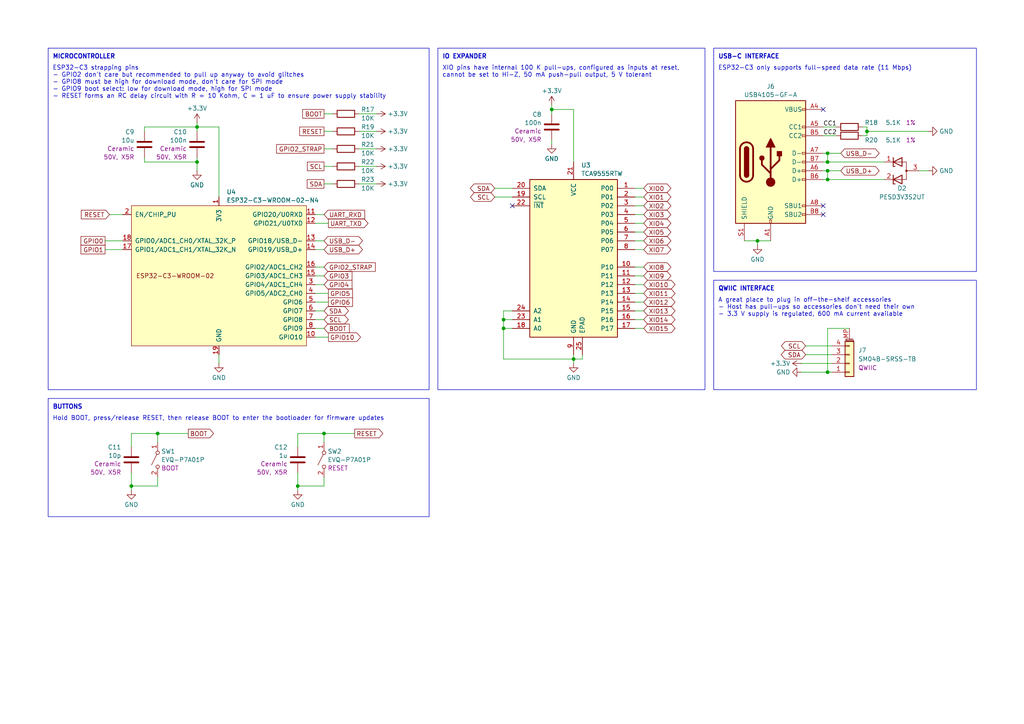
<source format=kicad_sch>
(kicad_sch (version 20231120) (generator "eeschema") (generator_version "8.0")
  (paper "A4")
  (title_block (title "Minuet Core"))
  (lib_symbols
    (symbol "Connector:USB_C_Receptacle_USB2.0_16P" (pin_names (offset 1.016))
      (property "Reference" "J" (at 0 22.225 0))
      (property "Value" "USB_C_Receptacle_USB2.0_16P" (at 0 19.685 0))
      (symbol "USB_C_Receptacle_USB2.0_16P_0_0"
        (rectangle (start -0.254 -17.78) (end 0.254 -16.764))
        (rectangle (start 10.16 -14.986) (end 9.144 -15.494))
        (rectangle (start 10.16 -12.446) (end 9.144 -12.954))
        (rectangle (start 10.16 -4.826) (end 9.144 -5.334))
        (rectangle (start 10.16 -2.286) (end 9.144 -2.794))
        (rectangle (start 10.16 0.254) (end 9.144 -0.254))
        (rectangle (start 10.16 2.794) (end 9.144 2.286))
        (rectangle (start 10.16 7.874) (end 9.144 7.366))
        (rectangle (start 10.16 10.414) (end 9.144 9.906))
        (rectangle (start 10.16 15.494) (end 9.144 14.986))
      )
      (symbol "USB_C_Receptacle_USB2.0_16P_0_1"
        (rectangle (start -10.16 17.78) (end 10.16 -17.78) (stroke (width 0.254)) (fill (type background)))
        (arc (start -8.89 -3.81) (mid -6.985 -5.7067) (end -5.08 -3.81) (stroke (width 0.508)))
        (arc (start -7.62 -3.81) (mid -6.985 -4.4423) (end -6.35 -3.81) (stroke (width 0.254)))
        (arc (start -7.62 -3.81) (mid -6.985 -4.4423) (end -6.35 -3.81) (stroke (width 0.254)) (fill (type outline)))
        (rectangle (start -7.62 -3.81) (end -6.35 3.81) (stroke (width 0.254)) (fill (type outline)))
        (arc (start -6.35 3.81) (mid -6.985 4.4423) (end -7.62 3.81) (stroke (width 0.254)))
        (arc (start -6.35 3.81) (mid -6.985 4.4423) (end -7.62 3.81) (stroke (width 0.254)) (fill (type outline)))
        (arc (start -5.08 3.81) (mid -6.985 5.7067) (end -8.89 3.81) (stroke (width 0.508)))
        (circle (center -2.54 1.143) (radius 0.635) (stroke (width 0.254)) (fill (type outline)))
        (circle (center 0 -5.842) (radius 1.27) (fill (type outline)))
        (polyline (pts (xy -8.89 -3.81) (xy -8.89 3.81)) (stroke (width 0.508)))
        (polyline (pts (xy -5.08 3.81) (xy -5.08 -3.81)) (stroke (width 0.508)))
        (polyline (pts (xy 0 -5.842) (xy 0 4.318)) (stroke (width 0.508)))
        (polyline (pts (xy 0 -3.302) (xy -2.54 -0.762) (xy -2.54 0.508)) (stroke (width 0.508)))
        (polyline (pts (xy 0 -2.032) (xy 2.54 0.508) (xy 2.54 1.778)) (stroke (width 0.508)))
        (polyline (pts (xy -1.27 4.318) (xy 0 6.858) (xy 1.27 4.318) (xy -1.27 4.318)) (stroke (width 0.254)) (fill (type outline)))
        (rectangle (start 1.905 1.778) (end 3.175 3.048) (stroke (width 0.254)) (fill (type outline)))
      )
      (symbol "USB_C_Receptacle_USB2.0_16P_1_1"
        (pin passive line (at 0 -22.86 90) (length 5.08) (name "GND") (number "A1"))
        (pin passive line (at 0 -22.86 90) (length 5.08) hide (name "GND") (number "A12"))
        (pin passive line (at 15.24 15.24 180) (length 5.08) (name "VBUS") (number "A4"))
        (pin bidirectional line (at 15.24 10.16 180) (length 5.08) (name "CC1") (number "A5"))
        (pin bidirectional line (at 15.24 -2.54 180) (length 5.08) (name "D+") (number "A6"))
        (pin bidirectional line (at 15.24 2.54 180) (length 5.08) (name "D-") (number "A7"))
        (pin bidirectional line (at 15.24 -12.7 180) (length 5.08) (name "SBU1") (number "A8"))
        (pin passive line (at 15.24 15.24 180) (length 5.08) hide (name "VBUS") (number "A9"))
        (pin passive line (at 0 -22.86 90) (length 5.08) hide (name "GND") (number "B1"))
        (pin passive line (at 0 -22.86 90) (length 5.08) hide (name "GND") (number "B12"))
        (pin passive line (at 15.24 15.24 180) (length 5.08) hide (name "VBUS") (number "B4"))
        (pin bidirectional line (at 15.24 7.62 180) (length 5.08) (name "CC2") (number "B5"))
        (pin bidirectional line (at 15.24 -5.08 180) (length 5.08) (name "D+") (number "B6"))
        (pin bidirectional line (at 15.24 0 180) (length 5.08) (name "D-") (number "B7"))
        (pin bidirectional line (at 15.24 -15.24 180) (length 5.08) (name "SBU2") (number "B8"))
        (pin passive line (at 15.24 15.24 180) (length 5.08) hide (name "VBUS") (number "B9"))
        (pin passive line (at -7.62 -22.86 90) (length 5.08) (name "SHIELD") (number "S1"))
      )
    )
    (symbol "Connector_Generic_MountingPin:Conn_01x04_MountingPin" (pin_names (offset 1.016) hide)
      (property "Reference" "J" (at 0 5.08 0))
      (property "Value" "Conn_01x04_MountingPin" (at 1.27 -7.62 0))
      (symbol "Conn_01x04_MountingPin_1_1"
        (rectangle (start -1.27 -4.953) (end 0 -5.207) (stroke (width 0.1524)))
        (rectangle (start -1.27 -2.413) (end 0 -2.667) (stroke (width 0.1524)))
        (rectangle (start -1.27 0.127) (end 0 -0.127) (stroke (width 0.1524)))
        (rectangle (start -1.27 2.667) (end 0 2.413) (stroke (width 0.1524)))
        (rectangle (start -1.27 3.81) (end 1.27 -6.35) (stroke (width 0.254)) (fill (type background)))
        (polyline (pts (xy -1.016 -7.112) (xy 1.016 -7.112)) (stroke (width 0.1524)))
        (text "Mounting" (at 0 -6.731 0) (effects (font (size 0.381 0.381))))
        (pin passive line (at -5.08 2.54 0) (length 3.81) (name "Pin_1") (number "1"))
        (pin passive line (at -5.08 0 0) (length 3.81) (name "Pin_2") (number "2"))
        (pin passive line (at -5.08 -2.54 0) (length 3.81) (name "Pin_3") (number "3"))
        (pin passive line (at -5.08 -5.08 0) (length 3.81) (name "Pin_4") (number "4"))
        (pin passive line (at 0 -10.16 90) (length 3.048) (name "MountPin") (number "MP"))
      )
    )
    (symbol "Device:C" (pin_numbers hide) (pin_names (offset 0.254))
      (property "Reference" "C" (at 0.635 2.54 0))
      (property "Value" "C" (at 0.635 -2.54 0))
      (symbol "C_0_1"
        (polyline (pts (xy -2.032 -0.762) (xy 2.032 -0.762)) (stroke (width 0.508)))
        (polyline (pts (xy -2.032 0.762) (xy 2.032 0.762)) (stroke (width 0.508)))
      )
      (symbol "C_1_1"
        (pin passive line (at 0 3.81 270) (length 2.794) (name "~") (number "1"))
        (pin passive line (at 0 -3.81 90) (length 2.794) (name "~") (number "2"))
      )
    )
    (symbol "Device:D_Zener_Dual_CommonAnode_KKA_Parallel" (pin_names (offset 0.762) hide)
      (property "Reference" "D" (at 0 5.08 0))
      (property "Value" "D_Zener_Dual_CommonAnode_KKA_Parallel" (at 0 -5.08 0))
      (symbol "D_Zener_Dual_CommonAnode_KKA_Parallel_0_0"
        (polyline (pts (xy 2.032 1.27) (xy 2.54 1.27) (xy 2.54 3.81)) (stroke (width 0.254)))
        (polyline (pts (xy 2.54 -1.27) (xy 2.54 -3.81) (xy 2.032 -3.81)) (stroke (width 0.254)))
      )
      (symbol "D_Zener_Dual_CommonAnode_KKA_Parallel_0_1"
        (circle (center -1.27 0) (radius 0.254) (fill (type outline)))
        (polyline (pts (xy -1.27 0) (xy -2.54 0)))
        (polyline (pts (xy 2.54 2.54) (xy -1.27 2.54) (xy -1.27 -2.54) (xy 2.54 -2.54)))
        (polyline (pts (xy 0 -1.27) (xy 2.54 -2.54) (xy 0 -3.81) (xy 0 -1.27) (xy 0 -1.27) (xy 0 -1.27)) (stroke (width 0.254)))
        (polyline (pts (xy 0 3.81) (xy 2.54 2.54) (xy 0 1.27) (xy 0 3.81) (xy 0 3.81) (xy 0 3.81)) (stroke (width 0.254)))
        (pin passive line (at 5.08 2.54 180) (length 2.54) (name "K") (number "1"))
        (pin passive line (at 5.08 -2.54 180) (length 2.54) (name "K") (number "2"))
        (pin passive line (at -5.08 0 0) (length 2.54) (name "A") (number "3"))
      )
    )
    (symbol "Device:R" (pin_numbers hide) (pin_names (offset 0))
      (property "Reference" "R" (at 2.032 0 90))
      (property "Value" "R" (at 0 0 90))
      (symbol "R_0_1"
        (rectangle (start -1.016 -2.54) (end 1.016 2.54) (stroke (width 0.254)))
      )
      (symbol "R_1_1"
        (pin passive line (at 0 3.81 270) (length 1.27) (name "~") (number "1"))
        (pin passive line (at 0 -3.81 90) (length 1.27) (name "~") (number "2"))
      )
    )
    (symbol "Interface_Expansion:TCA9555RTWR" (pin_names (offset 1.016))
      (property "Reference" "U" (at -11.43 24.13 0))
      (property "Value" "TCA9555RTWR" (at 0 0 0))
      (symbol "TCA9555RTWR_0_1"
        (rectangle (start -12.7 22.86) (end 12.7 -22.86) (stroke (width 0.254)) (fill (type background)))
      )
      (symbol "TCA9555RTWR_1_1"
        (pin bidirectional line (at 17.78 20.32 180) (length 5.08) (name "P00") (number "1"))
        (pin bidirectional line (at 17.78 -2.54 180) (length 5.08) (name "P10") (number "10"))
        (pin bidirectional line (at 17.78 -5.08 180) (length 5.08) (name "P11") (number "11"))
        (pin bidirectional line (at 17.78 -7.62 180) (length 5.08) (name "P12") (number "12"))
        (pin bidirectional line (at 17.78 -10.16 180) (length 5.08) (name "P13") (number "13"))
        (pin bidirectional line (at 17.78 -12.7 180) (length 5.08) (name "P14") (number "14"))
        (pin bidirectional line (at 17.78 -15.24 180) (length 5.08) (name "P15") (number "15"))
        (pin bidirectional line (at 17.78 -17.78 180) (length 5.08) (name "P16") (number "16"))
        (pin bidirectional line (at 17.78 -20.32 180) (length 5.08) (name "P17") (number "17"))
        (pin input line (at -17.78 -20.32 0) (length 5.08) (name "A0") (number "18"))
        (pin input line (at -17.78 17.78 0) (length 5.08) (name "SCL") (number "19"))
        (pin bidirectional line (at 17.78 17.78 180) (length 5.08) (name "P01") (number "2"))
        (pin bidirectional line (at -17.78 20.32 0) (length 5.08) (name "SDA") (number "20"))
        (pin power_in line (at 0 27.94 270) (length 5.08) (name "VCC") (number "21"))
        (pin open_collector line (at -17.78 15.24 0) (length 5.08) (name "~{INT}") (number "22"))
        (pin input line (at -17.78 -17.78 0) (length 5.08) (name "A1") (number "23"))
        (pin input line (at -17.78 -15.24 0) (length 5.08) (name "A2") (number "24"))
        (pin input line (at 2.54 -27.94 90) (length 5.08) (name "EPAD") (number "25"))
        (pin bidirectional line (at 17.78 15.24 180) (length 5.08) (name "P02") (number "3"))
        (pin bidirectional line (at 17.78 12.7 180) (length 5.08) (name "P03") (number "4"))
        (pin bidirectional line (at 17.78 10.16 180) (length 5.08) (name "P04") (number "5"))
        (pin bidirectional line (at 17.78 7.62 180) (length 5.08) (name "P05") (number "6"))
        (pin bidirectional line (at 17.78 5.08 180) (length 5.08) (name "P06") (number "7"))
        (pin bidirectional line (at 17.78 2.54 180) (length 5.08) (name "P07") (number "8"))
        (pin power_in line (at 0 -27.94 90) (length 5.08) (name "GND") (number "9"))
      )
    )
    (symbol "PCM_Espressif:ESP32-C3-WROOM-02" (pin_names (offset 1.016))
      (property "Reference" "U" (at -25.4 25.4 0))
      (property "Value" "ESP32-C3-WROOM-02" (at -25.4 22.86 0))
      (symbol "ESP32-C3-WROOM-02_0_0"
        (text "ESP32-C3-WROOM-02" (at -12.7 0 0) (effects (font (size 1.27 1.27))))
      )
      (symbol "ESP32-C3-WROOM-02_0_1"
        (rectangle (start 25.4 20.32) (end -25.4 -20.32) (fill (type background)))
      )
      (symbol "ESP32-C3-WROOM-02_1_1"
        (pin power_in line (at 0 22.86 270) (length 2.54) (name "3V3") (number "1"))
        (pin bidirectional line (at 27.94 -17.78 180) (length 2.54) (name "GPIO10") (number "10"))
        (pin bidirectional line (at 27.94 17.78 180) (length 2.54) (name "GPIO20/U0RXD") (number "11"))
        (pin bidirectional line (at 27.94 15.24 180) (length 2.54) (name "GPIO21/U0TXD") (number "12"))
        (pin bidirectional line (at 27.94 10.16 180) (length 2.54) (name "GPIO18/USB_D-") (number "13"))
        (pin bidirectional line (at 27.94 7.62 180) (length 2.54) (name "GPIO19/USB_D+") (number "14"))
        (pin bidirectional line (at 27.94 0 180) (length 2.54) (name "GPIO3/ADC1_CH3") (number "15"))
        (pin bidirectional line (at 27.94 2.54 180) (length 2.54) (name "GPIO2/ADC1_CH2") (number "16"))
        (pin bidirectional line (at -27.94 7.62 0) (length 2.54) (name "GPIO1/ADC1_CH1/XTAL_32K_N") (number "17"))
        (pin bidirectional line (at -27.94 10.16 0) (length 2.54) (name "GPIO0/ADC1_CH0/XTAL_32K_P") (number "18"))
        (pin power_in line (at 0 -22.86 90) (length 2.54) (name "GND") (number "19"))
        (pin input line (at -27.94 17.78 0) (length 2.54) (name "EN/CHIP_PU") (number "2"))
        (pin bidirectional line (at 27.94 -2.54 180) (length 2.54) (name "GPIO4/ADC1_CH4") (number "3"))
        (pin bidirectional line (at 27.94 -5.08 180) (length 2.54) (name "GPIO5/ADC2_CH0") (number "4"))
        (pin bidirectional line (at 27.94 -7.62 180) (length 2.54) (name "GPIO6") (number "5"))
        (pin bidirectional line (at 27.94 -10.16 180) (length 2.54) (name "GPIO7") (number "6"))
        (pin bidirectional line (at 27.94 -12.7 180) (length 2.54) (name "GPIO8") (number "7"))
        (pin bidirectional line (at 27.94 -15.24 180) (length 2.54) (name "GPIO9") (number "8"))
        (pin passive line (at 0 -22.86 90) (length 2.54) hide (name "GND") (number "9"))
      )
    )
    (symbol "Switch:SW_SPST" (pin_names (offset 0) hide)
      (property "Reference" "SW" (at 0 3.175 0))
      (property "Value" "SW_SPST" (at 0 -2.54 0))
      (symbol "SW_SPST_0_0"
        (circle (center -2.032 0) (radius 0.508))
        (polyline (pts (xy -1.524 0.254) (xy 1.524 1.778)))
        (circle (center 2.032 0) (radius 0.508))
      )
      (symbol "SW_SPST_1_1"
        (pin passive line (at -5.08 0 0) (length 2.54) (name "A") (number "1"))
        (pin passive line (at 5.08 0 180) (length 2.54) (name "B") (number "2"))
      )
    )
    (symbol "power:+3.3V" (power) (pin_numbers hide) (pin_names (offset 0) hide)
      (property "Value" "+3.3V" (at 0 3.556 0))
      (symbol "+3.3V_0_1"
        (polyline (pts (xy -0.762 1.27) (xy 0 2.54)))
        (polyline (pts (xy 0 0) (xy 0 2.54)))
        (polyline (pts (xy 0 2.54) (xy 0.762 1.27)))
      )
      (symbol "+3.3V_1_1"
        (pin power_in line (at 0 0 90) (length 0) (name "~") (number "1"))
      )
    )
    (symbol "power:GND" (power) (pin_numbers hide) (pin_names (offset 0) hide)
      (property "Value" "GND" (at 0 -3.81 0))
      (symbol "GND_0_1"
        (polyline (pts (xy 0 0) (xy 0 -1.27) (xy 1.27 -1.27) (xy 0 -2.54) (xy -1.27 -1.27) (xy 0 -1.27)))
      )
      (symbol "GND_1_1"
        (pin power_in line (at 0 0 270) (length 0) (name "~") (number "1"))
      )
    )
  )
  (junction (at 45.72 125.73))
  (junction (at 240.03 107.95))
  (junction (at 38.1 140.97))
  (junction (at 240.03 44.45))
  (junction (at 240.03 46.99))
  (junction (at 146.05 95.25))
  (junction (at 240.03 49.53))
  (junction (at 57.15 46.99))
  (junction (at 86.36 140.97))
  (junction (at 251.46 38.1))
  (junction (at 57.15 36.83))
  (junction (at 219.71 69.85))
  (junction (at 166.37 104.14))
  (junction (at 240.03 52.07))
  (junction (at 160.02 31.75))
  (junction (at 146.05 92.71))
  (junction (at 93.98 125.73))
  (no_connect (at 148.59 59.69))
  (no_connect (at 238.76 59.69))
  (no_connect (at 238.76 31.75))
  (no_connect (at 238.76 62.23))
  (wire (pts (xy 186.69 67.31) (xy 184.15 67.31)))
  (wire (pts (xy 63.5 36.83) (xy 63.5 57.15)))
  (wire (pts (xy 186.69 95.25) (xy 184.15 95.25)))
  (wire (pts (xy 148.59 90.17) (xy 146.05 90.17)))
  (wire (pts (xy 57.15 46.99) (xy 57.15 49.53)))
  (wire (pts (xy 186.69 72.39) (xy 184.15 72.39)))
  (wire (pts (xy 238.76 44.45) (xy 240.03 44.45)))
  (wire (pts (xy 186.69 59.69) (xy 184.15 59.69)))
  (wire (pts (xy 91.44 82.55) (xy 93.98 82.55)))
  (wire (pts (xy 93.98 140.97) (xy 86.36 140.97)))
  (wire (pts (xy 146.05 95.25) (xy 146.05 104.14)))
  (wire (pts (xy 186.69 80.01) (xy 184.15 80.01)))
  (wire (pts (xy 41.91 36.83) (xy 57.15 36.83)))
  (wire (pts (xy 91.44 62.23) (xy 93.98 62.23)))
  (wire (pts (xy 186.69 90.17) (xy 184.15 90.17)))
  (wire (pts (xy 38.1 137.16) (xy 38.1 140.97)))
  (wire (pts (xy 41.91 45.72) (xy 41.91 46.99)))
  (wire (pts (xy 146.05 104.14) (xy 166.37 104.14)))
  (wire (pts (xy 166.37 31.75) (xy 166.37 46.99)))
  (wire (pts (xy 143.51 57.15) (xy 148.59 57.15)))
  (wire (pts (xy 91.44 87.63) (xy 95.25 87.63)))
  (wire (pts (xy 240.03 49.53) (xy 240.03 52.07)))
  (wire (pts (xy 146.05 92.71) (xy 148.59 92.71)))
  (wire (pts (xy 93.98 43.18) (xy 96.52 43.18)))
  (wire (pts (xy 93.98 38.1) (xy 96.52 38.1)))
  (wire (pts (xy 38.1 140.97) (xy 38.1 142.24)))
  (wire (pts (xy 104.14 38.1) (xy 109.22 38.1)))
  (wire (pts (xy 30.48 72.39) (xy 35.56 72.39)))
  (wire (pts (xy 166.37 104.14) (xy 168.91 104.14)))
  (wire (pts (xy 240.03 49.53) (xy 243.84 49.53)))
  (wire (pts (xy 41.91 36.83) (xy 41.91 38.1)))
  (wire (pts (xy 93.98 48.26) (xy 96.52 48.26)))
  (wire (pts (xy 45.72 125.73) (xy 54.61 125.73)))
  (wire (pts (xy 250.19 39.37) (xy 251.46 39.37)))
  (wire (pts (xy 219.71 69.85) (xy 223.52 69.85)))
  (wire (pts (xy 38.1 125.73) (xy 45.72 125.73)))
  (wire (pts (xy 91.44 97.79) (xy 95.25 97.79)))
  (wire (pts (xy 93.98 53.34) (xy 96.52 53.34)))
  (wire (pts (xy 86.36 137.16) (xy 86.36 140.97)))
  (wire (pts (xy 160.02 40.64) (xy 160.02 41.91)))
  (wire (pts (xy 91.44 72.39) (xy 93.98 72.39)))
  (wire (pts (xy 91.44 80.01) (xy 93.98 80.01)))
  (wire (pts (xy 166.37 102.87) (xy 166.37 104.14)))
  (wire (pts (xy 91.44 77.47) (xy 93.98 77.47)))
  (wire (pts (xy 91.44 95.25) (xy 93.98 95.25)))
  (wire (pts (xy 86.36 125.73) (xy 86.36 129.54)))
  (wire (pts (xy 241.3 100.33) (xy 233.68 100.33)))
  (wire (pts (xy 104.14 53.34) (xy 109.22 53.34)))
  (wire (pts (xy 160.02 30.48) (xy 160.02 31.75)))
  (wire (pts (xy 45.72 140.97) (xy 38.1 140.97)))
  (wire (pts (xy 232.41 107.95) (xy 240.03 107.95)))
  (wire (pts (xy 146.05 92.71) (xy 146.05 95.25)))
  (wire (pts (xy 251.46 39.37) (xy 251.46 38.1)))
  (wire (pts (xy 30.48 69.85) (xy 35.56 69.85)))
  (wire (pts (xy 146.05 95.25) (xy 148.59 95.25)))
  (wire (pts (xy 160.02 31.75) (xy 160.02 33.02)))
  (wire (pts (xy 31.75 62.23) (xy 35.56 62.23)))
  (wire (pts (xy 93.98 138.43) (xy 93.98 140.97)))
  (wire (pts (xy 240.03 46.99) (xy 256.54 46.99)))
  (wire (pts (xy 45.72 138.43) (xy 45.72 140.97)))
  (wire (pts (xy 240.03 95.25) (xy 246.38 95.25)))
  (wire (pts (xy 238.76 36.83) (xy 242.57 36.83)))
  (wire (pts (xy 266.7 49.53) (xy 269.24 49.53)))
  (wire (pts (xy 91.44 69.85) (xy 93.98 69.85)))
  (wire (pts (xy 91.44 64.77) (xy 95.25 64.77)))
  (wire (pts (xy 143.51 54.61) (xy 148.59 54.61)))
  (wire (pts (xy 91.44 90.17) (xy 93.98 90.17)))
  (wire (pts (xy 186.69 69.85) (xy 184.15 69.85)))
  (wire (pts (xy 186.69 92.71) (xy 184.15 92.71)))
  (wire (pts (xy 186.69 87.63) (xy 184.15 87.63)))
  (wire (pts (xy 93.98 125.73) (xy 102.87 125.73)))
  (wire (pts (xy 215.9 69.85) (xy 219.71 69.85)))
  (wire (pts (xy 186.69 57.15) (xy 184.15 57.15)))
  (wire (pts (xy 38.1 125.73) (xy 38.1 129.54)))
  (wire (pts (xy 186.69 64.77) (xy 184.15 64.77)))
  (wire (pts (xy 160.02 31.75) (xy 166.37 31.75)))
  (wire (pts (xy 219.71 69.85) (xy 219.71 71.12)))
  (wire (pts (xy 86.36 140.97) (xy 86.36 142.24)))
  (wire (pts (xy 250.19 36.83) (xy 251.46 36.83)))
  (wire (pts (xy 186.69 54.61) (xy 184.15 54.61)))
  (wire (pts (xy 57.15 36.83) (xy 63.5 36.83)))
  (wire (pts (xy 104.14 43.18) (xy 109.22 43.18)))
  (wire (pts (xy 186.69 62.23) (xy 184.15 62.23)))
  (wire (pts (xy 186.69 77.47) (xy 184.15 77.47)))
  (wire (pts (xy 240.03 107.95) (xy 241.3 107.95)))
  (wire (pts (xy 166.37 104.14) (xy 166.37 105.41)))
  (wire (pts (xy 240.03 44.45) (xy 243.84 44.45)))
  (wire (pts (xy 91.44 92.71) (xy 93.98 92.71)))
  (wire (pts (xy 240.03 52.07) (xy 256.54 52.07)))
  (wire (pts (xy 241.3 102.87) (xy 233.68 102.87)))
  (wire (pts (xy 238.76 52.07) (xy 240.03 52.07)))
  (wire (pts (xy 146.05 90.17) (xy 146.05 92.71)))
  (wire (pts (xy 232.41 105.41) (xy 241.3 105.41)))
  (wire (pts (xy 57.15 45.72) (xy 57.15 46.99)))
  (wire (pts (xy 168.91 104.14) (xy 168.91 102.87)))
  (wire (pts (xy 57.15 46.99) (xy 41.91 46.99)))
  (wire (pts (xy 104.14 48.26) (xy 109.22 48.26)))
  (wire (pts (xy 251.46 38.1) (xy 251.46 36.83)))
  (wire (pts (xy 93.98 125.73) (xy 93.98 128.27)))
  (wire (pts (xy 238.76 39.37) (xy 242.57 39.37)))
  (wire (pts (xy 186.69 82.55) (xy 184.15 82.55)))
  (wire (pts (xy 251.46 38.1) (xy 269.24 38.1)))
  (wire (pts (xy 240.03 107.95) (xy 240.03 95.25)))
  (wire (pts (xy 86.36 125.73) (xy 93.98 125.73)))
  (wire (pts (xy 63.5 105.41) (xy 63.5 102.87)))
  (wire (pts (xy 57.15 35.56) (xy 57.15 36.83)))
  (wire (pts (xy 240.03 44.45) (xy 240.03 46.99)))
  (wire (pts (xy 238.76 49.53) (xy 240.03 49.53)))
  (wire (pts (xy 45.72 125.73) (xy 45.72 128.27)))
  (wire (pts (xy 104.14 33.02) (xy 109.22 33.02)))
  (wire (pts (xy 93.98 33.02) (xy 96.52 33.02)))
  (wire (pts (xy 238.76 46.99) (xy 240.03 46.99)))
  (wire (pts (xy 91.44 85.09) (xy 95.25 85.09)))
  (wire (pts (xy 57.15 36.83) (xy 57.15 38.1)))
  (wire (pts (xy 186.69 85.09) (xy 184.15 85.09)))
  (rectangle (start 13.97 13.97) (end 124.46 113.03))
  (rectangle (start 127 13.97) (end 204.47 113.03))
  (rectangle (start 13.97 115.57) (end 124.46 149.86))
  (rectangle (start 207.01 13.97) (end 283.21 78.74))
  (rectangle (start 207.01 81.28) (end 283.21 113.03))
  (text "IO EXPANDER" (at 128.27 16.51 0) (effects (font (size 1.27 1.27) (thickness 0.254) (bold yes)) (justify left)))
  (text "USB-C INTERFACE" (at 208.28 16.51 0) (effects (font (size 1.27 1.27) (thickness 0.254) (bold yes)) (justify left)))
  (text "XIO pins have internal 100 K pull-ups, configured as inputs at reset,\ncannot be set to Hi-Z, 50 mA push-pull output, 5 V tolerant" (at 128.27 19.05 0) (effects (font (size 1.27 1.27)) (justify left top)))
  (text "ESP32-C3 strapping pins\n- GPIO2 don't care but recommended to pull up anyway to avoid glitches\n- GPIO8 must be high for download mode, don't care for SPI mode\n- GPIO9 boot select: low for download mode, high for SPI mode\n- RESET forms an RC delay circuit with R = 10 Kohm, C = 1 uF to ensure power supply stability" (at 15.24 19.05 0) (effects (font (size 1.27 1.27)) (justify left top)))
  (text "Hold BOOT, press/release RESET, then release BOOT to enter the bootloader for firmware updates" (at 15.24 120.65 0) (effects (font (size 1.27 1.27)) (justify left top)))
  (text "BUTTONS" (at 15.24 118.11 0) (effects (font (size 1.27 1.27) (thickness 0.254) (bold yes)) (justify left)))
  (text "ESP32-C3 only supports full-speed data rate (11 Mbps)" (at 208.28 19.05 0) (effects (font (size 1.27 1.27)) (justify left top)))
  (text "QWIIC INTERFACE" (at 208.28 83.82 0) (effects (font (size 1.27 1.27) (thickness 0.254) (bold yes)) (justify left)))
  (text "A great place to plug in off-the-shelf accessories\n- Host has pull-ups so accessories don't need their own\n- 3.3 V supply is regulated, 600 mA current available" (at 208.28 86.36 0) (effects (font (size 1.27 1.27)) (justify left top)))
  (text "MICROCONTROLLER" (at 15.24 16.51 0) (effects (font (size 1.27 1.27) (thickness 0.254) (bold yes)) (justify left)))
  (label "CC1" (at 238.76 36.83 0))
  (label "CC2" (at 238.76 39.37 0))
  (global_label "RESET" (shape input) (at 31.75 62.23 180) (property "Intersheetrefs" "${INTERSHEET_REFS}" (effects (hide yes))))
  (global_label "SCL" (shape bidirectional) (at 233.68 100.33 180) (property "Intersheetrefs" "${INTERSHEET_REFS}" (effects (hide yes))))
  (global_label "SDA" (shape bidirectional) (at 143.51 54.61 180) (property "Intersheetrefs" "${INTERSHEET_REFS}" (effects (hide yes))))
  (global_label "GPIO2_STRAP" (shape input) (at 93.98 77.47 0) (property "Intersheetrefs" "${INTERSHEET_REFS}" (effects (hide yes))))
  (global_label "XIO7" (shape bidirectional) (at 186.69 72.39 0) (property "Intersheetrefs" "${INTERSHEET_REFS}" (effects (hide yes))))
  (global_label "SDA" (shape passive) (at 93.98 53.34 180) (property "Intersheetrefs" "${INTERSHEET_REFS}" (effects (hide yes))))
  (global_label "UART_TXD" (shape output) (at 95.25 64.77 0) (property "Intersheetrefs" "${INTERSHEET_REFS}" (effects (hide yes))))
  (global_label "XIO1" (shape bidirectional) (at 186.69 57.15 0) (property "Intersheetrefs" "${INTERSHEET_REFS}" (effects (hide yes))))
  (global_label "GPIO0" (shape passive) (at 30.48 69.85 180) (property "Intersheetrefs" "${INTERSHEET_REFS}" (effects (hide yes))))
  (global_label "XIO2" (shape bidirectional) (at 186.69 59.69 0) (property "Intersheetrefs" "${INTERSHEET_REFS}" (effects (hide yes))))
  (global_label "BOOT" (shape output) (at 54.61 125.73 0) (property "Intersheetrefs" "${INTERSHEET_REFS}" (effects (hide yes))))
  (global_label "XIO4" (shape bidirectional) (at 186.69 64.77 0) (property "Intersheetrefs" "${INTERSHEET_REFS}" (effects (hide yes))))
  (global_label "BOOT" (shape passive) (at 93.98 33.02 180) (property "Intersheetrefs" "${INTERSHEET_REFS}" (effects (hide yes))))
  (global_label "XIO8" (shape bidirectional) (at 186.69 77.47 0) (property "Intersheetrefs" "${INTERSHEET_REFS}" (effects (hide yes))))
  (global_label "GPIO1" (shape passive) (at 30.48 72.39 180) (property "Intersheetrefs" "${INTERSHEET_REFS}" (effects (hide yes))))
  (global_label "SCL" (shape bidirectional) (at 143.51 57.15 180) (property "Intersheetrefs" "${INTERSHEET_REFS}" (effects (hide yes))))
  (global_label "RESET" (shape output) (at 102.87 125.73 0) (property "Intersheetrefs" "${INTERSHEET_REFS}" (effects (hide yes))))
  (global_label "USB_D+" (shape bidirectional) (at 93.98 72.39 0) (property "Intersheetrefs" "${INTERSHEET_REFS}" (effects (hide yes))))
  (global_label "USB_D+" (shape bidirectional) (at 243.84 49.53 0) (property "Intersheetrefs" "${INTERSHEET_REFS}" (effects (hide yes))))
  (global_label "GPIO10" (shape output) (at 95.25 97.79 0) (property "Intersheetrefs" "${INTERSHEET_REFS}" (effects (hide yes))))
  (global_label "XIO13" (shape bidirectional) (at 186.69 90.17 0) (property "Intersheetrefs" "${INTERSHEET_REFS}" (effects (hide yes))))
  (global_label "GPIO3" (shape input) (at 93.98 80.01 0) (property "Intersheetrefs" "${INTERSHEET_REFS}" (effects (hide yes))))
  (global_label "XIO12" (shape bidirectional) (at 186.69 87.63 0) (property "Intersheetrefs" "${INTERSHEET_REFS}" (effects (hide yes))))
  (global_label "RESET" (shape passive) (at 93.98 38.1 180) (property "Intersheetrefs" "${INTERSHEET_REFS}" (effects (hide yes))))
  (global_label "XIO5" (shape bidirectional) (at 186.69 67.31 0) (property "Intersheetrefs" "${INTERSHEET_REFS}" (effects (hide yes))))
  (global_label "GPIO6" (shape passive) (at 95.25 87.63 0) (property "Intersheetrefs" "${INTERSHEET_REFS}" (effects (hide yes))))
  (global_label "UART_RXD" (shape input) (at 93.98 62.23 0) (property "Intersheetrefs" "${INTERSHEET_REFS}" (effects (hide yes))))
  (global_label "SDA" (shape bidirectional) (at 233.68 102.87 180) (property "Intersheetrefs" "${INTERSHEET_REFS}" (effects (hide yes))))
  (global_label "USB_D-" (shape bidirectional) (at 93.98 69.85 0) (property "Intersheetrefs" "${INTERSHEET_REFS}" (effects (hide yes))))
  (global_label "BOOT" (shape input) (at 93.98 95.25 0) (property "Intersheetrefs" "${INTERSHEET_REFS}" (effects (hide yes))))
  (global_label "XIO6" (shape bidirectional) (at 186.69 69.85 0) (property "Intersheetrefs" "${INTERSHEET_REFS}" (effects (hide yes))))
  (global_label "XIO10" (shape bidirectional) (at 186.69 82.55 0) (property "Intersheetrefs" "${INTERSHEET_REFS}" (effects (hide yes))))
  (global_label "GPIO4" (shape input) (at 93.98 82.55 0) (property "Intersheetrefs" "${INTERSHEET_REFS}" (effects (hide yes))))
  (global_label "SCL" (shape passive) (at 93.98 48.26 180) (property "Intersheetrefs" "${INTERSHEET_REFS}" (effects (hide yes))))
  (global_label "USB_D-" (shape bidirectional) (at 243.84 44.45 0) (property "Intersheetrefs" "${INTERSHEET_REFS}" (effects (hide yes))))
  (global_label "XIO15" (shape bidirectional) (at 186.69 95.25 0) (property "Intersheetrefs" "${INTERSHEET_REFS}" (effects (hide yes))))
  (global_label "XIO11" (shape bidirectional) (at 186.69 85.09 0) (property "Intersheetrefs" "${INTERSHEET_REFS}" (effects (hide yes))))
  (global_label "XIO9" (shape bidirectional) (at 186.69 80.01 0) (property "Intersheetrefs" "${INTERSHEET_REFS}" (effects (hide yes))))
  (global_label "SCL" (shape bidirectional) (at 93.98 92.71 0) (property "Intersheetrefs" "${INTERSHEET_REFS}" (effects (hide yes))))
  (global_label "GPIO5" (shape passive) (at 95.25 85.09 0) (property "Intersheetrefs" "${INTERSHEET_REFS}" (effects (hide yes))))
  (global_label "GPIO2_STRAP" (shape passive) (at 93.98 43.18 180) (property "Intersheetrefs" "${INTERSHEET_REFS}" (effects (hide yes))))
  (global_label "SDA" (shape bidirectional) (at 93.98 90.17 0) (property "Intersheetrefs" "${INTERSHEET_REFS}" (effects (hide yes))))
  (global_label "XIO0" (shape bidirectional) (at 186.69 54.61 0) (property "Intersheetrefs" "${INTERSHEET_REFS}" (effects (hide yes))))
  (global_label "XIO3" (shape bidirectional) (at 186.69 62.23 0) (property "Intersheetrefs" "${INTERSHEET_REFS}" (effects (hide yes))))
  (global_label "XIO14" (shape bidirectional) (at 186.69 92.71 0) (property "Intersheetrefs" "${INTERSHEET_REFS}" (effects (hide yes))))
  (symbol (lib_id "PCM_Espressif:ESP32-C3-WROOM-02") (at 63.5 80.01 0) (unit 1)
    (property "Reference" "U4" (at 65.6941 55.6725 0) (effects (justify left)))
    (property "Value" "ESP32-C3-WROOM-02-N4" (at 65.6941 58.0968 0) (effects (justify left)))
    (property "Footprint" "PCM_Espressif:ESP32-C3-WROOM-02" (effects (hide yes)))
    (property "Datasheet" "https://www.espressif.com/sites/default/files/documentation/esp32-c3-wroom-02_datasheet_en.pdf" (effects (hide yes)))
    (property "Description" "ESP32-C3-WROOM-02 is a general-purpose Wi-Fi and Bluetooth LE module. This module features a rich set of peripherals and high performance, which makes it an ideal choice for smart home, industrial automation, health care, consumer electronics, etc." (effects (hide yes)))
    (property "LCSC" "C2934560" (effects (hide yes)))
  )
  (symbol (lib_id "power:+3.3V") (at 109.22 33.02 270) (unit 1)
    (property "Reference" "#PWR028" (effects (hide yes)))
    (property "Value" "+3.3V" (at 112.395 33.02 90) (effects (justify left)))
    (property "Description" "Power symbol creates a global label with name \"+3.3V\"" (effects (hide yes)))
  )
  (symbol (lib_id "Connector_Generic_MountingPin:Conn_01x04_MountingPin") (at 246.38 105.41 0) (mirror x) (unit 1)
    (property "Reference" "J7" (at 248.92 101.6 0) (effects (justify left)))
    (property "Value" "SM04B-SRSS-TB" (at 248.92 104.14 0) (effects (justify left)))
    (property "Footprint" "Connector_JST:JST_SH_SM04B-SRSS-TB_1x04-1MP_P1.00mm_Horizontal" (effects (hide yes)))
    (property "Description" "Generic connectable mounting pin connector, single row, 01x04, script generated (kicad-library-utils/schlib/autogen/connector/)" (effects (hide yes)))
    (property "Label" "QWIIC" (at 248.92 106.68 0) (effects (justify left)))
    (property "LCSC" "C160404" (effects (hide yes)))
    (property "Alternative" " GT-A1002WRS-104SBT01" (effects (hide yes)))
    (property "LCSC_Alternative" "C41431904" (effects (hide yes)))
  )
  (symbol (lib_id "power:GND") (at 232.41 107.95 270) (mirror x) (unit 1)
    (property "Reference" "#PWR042" (effects (hide yes)))
    (property "Value" "GND" (at 229.2351 107.95 90) (effects (justify right)))
    (property "Description" "Power symbol creates a global label with name \"GND\" , ground" (effects (hide yes)))
  )
  (symbol (lib_id "Device:D_Zener_Dual_CommonAnode_KKA_Parallel") (at 261.62 49.53 0) (mirror y) (unit 1)
    (property "Reference" "D2" (at 261.62 54.61 0))
    (property "Value" "PESD3V3S2UT" (at 261.62 57.15 0))
    (property "Footprint" "Package_TO_SOT_SMD:SOT-23" (effects (hide yes)))
    (property "Datasheet" "https://assets.nexperia.com/documents/data-sheet/PESD3V3S2UT.pdf" (effects (hide yes)))
    (property "Description" "Dual Zener diode, common anode on pin 3" (effects (hide yes)))
    (property "LCSC" "C84276" (effects (hide yes)))
  )
  (symbol (lib_id "Device:R") (at 100.33 53.34 90) (unit 1)
    (property "Reference" "R23" (at 106.68 52.07 90))
    (property "Value" "10K" (at 106.68 54.61 90))
    (property "Footprint" "Resistor_SMD:R_0603_1608Metric" (effects (hide yes)))
    (property "Description" "Resistor" (effects (hide yes)))
    (property "LCSC" "C25804" (effects (hide yes)))
  )
  (symbol (lib_id "power:+3.3V") (at 109.22 38.1 270) (unit 1)
    (property "Reference" "#PWR030" (effects (hide yes)))
    (property "Value" "+3.3V" (at 112.395 38.1 90) (effects (justify left)))
    (property "Description" "Power symbol creates a global label with name \"+3.3V\"" (effects (hide yes)))
  )
  (symbol (lib_id "power:GND") (at 160.02 41.91 0) (unit 1)
    (property "Reference" "#PWR032" (effects (hide yes)))
    (property "Value" "GND" (at 160.02 46.0431 0))
    (property "Description" "Power symbol creates a global label with name \"GND\" , ground" (effects (hide yes)))
  )
  (symbol (lib_id "power:+3.3V") (at 160.02 30.48 0) (unit 1)
    (property "Reference" "#PWR027" (effects (hide yes)))
    (property "Value" "+3.3V" (at 160.02 26.3469 0))
    (property "Description" "Power symbol creates a global label with name \"+3.3V\"" (effects (hide yes)))
  )
  (symbol (lib_id "Switch:SW_SPST") (at 45.72 133.35 90) (mirror x) (unit 1)
    (property "Reference" "SW1" (at 46.7614 130.9257 90) (effects (justify right)))
    (property "Value" "EVQ-P7A01P" (at 46.7614 133.35 90) (effects (justify right)))
    (property "Footprint" "Button_Switch_SMD:SW_SPST_EVQP7A" (effects (hide yes)))
    (property "Datasheet" "https://api.pim.na.industrial.panasonic.com/file_stream/main/fileversion/245500" (effects (hide yes)))
    (property "Description" "Push button switch, generic, two pins" (effects (hide yes)))
    (property "Label" "BOOT" (at 46.7614 135.7743 90) (effects (justify right)))
    (property "LCSC" "C79167" (effects (hide yes)))
    (property "Alternative" "EVQ-P7J01P" (effects (hide yes)))
    (property "LCSC_Alternative" "C2828254" (effects (hide yes)))
  )
  (symbol (lib_id "Device:R") (at 100.33 48.26 90) (unit 1)
    (property "Reference" "R22" (at 106.68 46.99 90))
    (property "Value" "10K" (at 106.68 49.53 90))
    (property "Footprint" "Resistor_SMD:R_0603_1608Metric" (effects (hide yes)))
    (property "Description" "Resistor" (effects (hide yes)))
    (property "LCSC" "C25804" (effects (hide yes)))
  )
  (symbol (lib_id "Device:R") (at 246.38 36.83 270) (unit 1)
    (property "Reference" "R18" (at 252.73 35.56 90))
    (property "Value" "5.1K" (at 259.08 35.56 90))
    (property "Footprint" "Resistor_SMD:R_0603_1608Metric" (effects (hide yes)))
    (property "Description" "Resistor" (effects (hide yes)))
    (property "Rating" "1%" (at 264.16 35.56 90))
    (property "LCSC" "C23186" (effects (hide yes)))
  )
  (symbol (lib_id "power:+3.3V") (at 109.22 43.18 270) (unit 1)
    (property "Reference" "#PWR033" (effects (hide yes)))
    (property "Value" "+3.3V" (at 112.395 43.18 90) (effects (justify left)))
    (property "Description" "Power symbol creates a global label with name \"+3.3V\"" (effects (hide yes)))
  )
  (symbol (lib_id "Device:R") (at 100.33 33.02 90) (unit 1)
    (property "Reference" "R17" (at 106.68 31.75 90))
    (property "Value" "10K" (at 106.68 34.29 90))
    (property "Footprint" "Resistor_SMD:R_0603_1608Metric" (effects (hide yes)))
    (property "Description" "Resistor" (effects (hide yes)))
    (property "LCSC" "C25804" (effects (hide yes)))
  )
  (symbol (lib_id "power:GND") (at 63.5 105.41 0) (unit 1)
    (property "Reference" "#PWR039" (effects (hide yes)))
    (property "Value" "GND" (at 63.5 109.5431 0))
    (property "Description" "Power symbol creates a global label with name \"GND\" , ground" (effects (hide yes)))
  )
  (symbol (lib_id "power:GND") (at 38.1 142.24 0) (unit 1)
    (property "Reference" "#PWR043" (effects (hide yes)))
    (property "Value" "GND" (at 38.1 146.3731 0))
    (property "Description" "Power symbol creates a global label with name \"GND\" , ground" (effects (hide yes)))
  )
  (symbol (lib_id "power:GND") (at 219.71 71.12 0) (unit 1)
    (property "Reference" "#PWR038" (effects (hide yes)))
    (property "Value" "GND" (at 219.71 75.2531 0))
    (property "Description" "Power symbol creates a global label with name \"GND\" , ground" (effects (hide yes)))
  )
  (symbol (lib_id "power:+3.3V") (at 109.22 48.26 270) (unit 1)
    (property "Reference" "#PWR034" (effects (hide yes)))
    (property "Value" "+3.3V" (at 112.395 48.26 90) (effects (justify left)))
    (property "Description" "Power symbol creates a global label with name \"+3.3V\"" (effects (hide yes)))
  )
  (symbol (lib_id "Device:R") (at 100.33 38.1 90) (unit 1)
    (property "Reference" "R19" (at 106.68 36.83 90))
    (property "Value" "10K" (at 106.68 39.37 90))
    (property "Footprint" "Resistor_SMD:R_0603_1608Metric" (effects (hide yes)))
    (property "Description" "Resistor" (effects (hide yes)))
    (property "LCSC" "C25804" (effects (hide yes)))
  )
  (symbol (lib_id "Switch:SW_SPST") (at 93.98 133.35 90) (mirror x) (unit 1)
    (property "Reference" "SW2" (at 95.0214 130.9257 90) (effects (justify right)))
    (property "Value" "EVQ-P7A01P" (at 95.0214 133.35 90) (effects (justify right)))
    (property "Footprint" "Button_Switch_SMD:SW_SPST_EVQP7A" (effects (hide yes)))
    (property "Datasheet" "https://api.pim.na.industrial.panasonic.com/file_stream/main/fileversion/245500" (effects (hide yes)))
    (property "Description" "Push button switch, generic, two pins" (effects (hide yes)))
    (property "Label" "RESET" (at 95.0214 135.7743 90) (effects (justify right)))
    (property "LCSC" "C79167" (effects (hide yes)))
    (property "Alternative" "EVQ-P7J01P" (effects (hide yes)))
    (property "LCSC_Alternative" "C2828254" (effects (hide yes)))
  )
  (symbol (lib_id "Device:R") (at 246.38 39.37 90) (mirror x) (unit 1)
    (property "Reference" "R20" (at 252.73 40.64 90))
    (property "Value" "5.1K" (at 259.08 40.64 90))
    (property "Footprint" "Resistor_SMD:R_0603_1608Metric" (effects (hide yes)))
    (property "Description" "Resistor" (effects (hide yes)))
    (property "Rating" "1%" (at 264.16 40.64 90))
    (property "LCSC" "C23186" (effects (hide yes)))
  )
  (symbol (lib_id "Interface_Expansion:TCA9555RTWR") (at 166.37 74.93 0) (unit 1)
    (property "Reference" "U3" (at 168.5641 47.9255 0) (effects (justify left)))
    (property "Value" "TCA9555RTW" (at 168.5641 50.3498 0) (effects (justify left)))
    (property "Footprint" "Package_DFN_QFN:WQFN-24-1EP_4x4mm_P0.5mm_EP2.45x2.45mm" (effects (hide yes)))
    (property "Datasheet" "http://www.ti.com/lit/ds/symlink/tca9555.pdf" (effects (hide yes)))
    (property "Description" "16-bit I/O expander, I2C and SMBus interface, interrupts, w/ pull-ups, QFN-24" (effects (hide yes)))
    (property "LCSC" "C140277" (effects (hide yes)))
    (property "FT Rotation Offset" "270" (effects (hide yes)))
  )
  (symbol (lib_id "power:GND") (at 86.36 142.24 0) (unit 1)
    (property "Reference" "#PWR044" (effects (hide yes)))
    (property "Value" "GND" (at 86.36 146.3731 0))
    (property "Description" "Power symbol creates a global label with name \"GND\" , ground" (effects (hide yes)))
  )
  (symbol (lib_id "Device:C") (at 41.91 41.91 0) (mirror x) (unit 1)
    (property "Reference" "C9" (at 38.989 38.2735 0) (effects (justify right)))
    (property "Value" "10u" (at 38.989 40.6978 0) (effects (justify right)))
    (property "Footprint" "Capacitor_SMD:C_0805_2012Metric" (effects (hide yes)))
    (property "Description" "Unpolarized capacitor" (effects (hide yes)))
    (property "Type" "Ceramic" (at 38.989 43.1221 0) (effects (justify right)))
    (property "Rating" "50V, X5R" (at 38.989 45.5464 0) (effects (justify right)))
    (property "LCSC" "C15850" (effects (hide yes)))
  )
  (symbol (lib_id "power:+3.3V") (at 109.22 53.34 270) (unit 1)
    (property "Reference" "#PWR037" (effects (hide yes)))
    (property "Value" "+3.3V" (at 112.395 53.34 90) (effects (justify left)))
    (property "Description" "Power symbol creates a global label with name \"+3.3V\"" (effects (hide yes)))
  )
  (symbol (lib_id "Device:R") (at 100.33 43.18 90) (unit 1)
    (property "Reference" "R21" (at 106.68 41.91 90))
    (property "Value" "10K" (at 106.68 44.45 90))
    (property "Footprint" "Resistor_SMD:R_0603_1608Metric" (effects (hide yes)))
    (property "Description" "Resistor" (effects (hide yes)))
    (property "LCSC" "C25804" (effects (hide yes)))
  )
  (symbol (lib_id "Device:C") (at 57.15 41.91 0) (unit 1)
    (property "Reference" "C10" (at 54.229 38.2735 0) (effects (justify right)))
    (property "Value" "100n" (at 54.229 40.6978 0) (effects (justify right)))
    (property "Footprint" "Capacitor_SMD:C_0603_1608Metric" (effects (hide yes)))
    (property "Description" "Unpolarized capacitor" (effects (hide yes)))
    (property "Type" "Ceramic" (at 54.229 43.1221 0) (effects (justify right)))
    (property "Rating" "50V, X5R" (at 54.229 45.5464 0) (effects (justify right)))
    (property "LCSC" "C14663" (effects (hide yes)))
  )
  (symbol (lib_id "power:+3.3V") (at 232.41 105.41 90) (mirror x) (unit 1)
    (property "Reference" "#PWR041" (effects (hide yes)))
    (property "Value" "+3.3V" (at 229.235 105.41 90) (effects (justify left)))
    (property "Description" "Power symbol creates a global label with name \"+3.3V\"" (effects (hide yes)))
  )
  (symbol (lib_id "power:+3.3V") (at 57.15 35.56 0) (mirror y) (unit 1)
    (property "Reference" "#PWR029" (effects (hide yes)))
    (property "Value" "+3.3V" (at 57.15 31.4269 0))
    (property "Description" "Power symbol creates a global label with name \"+3.3V\"" (effects (hide yes)))
  )
  (symbol (lib_id "power:GND") (at 269.24 38.1 90) (unit 1)
    (property "Reference" "#PWR031" (effects (hide yes)))
    (property "Value" "GND" (at 272.415 38.1 90) (effects (justify right)))
    (property "Description" "Power symbol creates a global label with name \"GND\" , ground" (effects (hide yes)))
  )
  (symbol (lib_id "Device:C") (at 160.02 36.83 0) (mirror y) (unit 1)
    (property "Reference" "C8" (at 157.099 33.1935 0) (effects (justify left)))
    (property "Value" "100n" (at 157.099 35.6178 0) (effects (justify left)))
    (property "Footprint" "Capacitor_SMD:C_0603_1608Metric" (effects (hide yes)))
    (property "Description" "Unpolarized capacitor" (effects (hide yes)))
    (property "Type" "Ceramic" (at 157.099 38.0421 0) (effects (justify left)))
    (property "Rating" "50V, X5R" (at 157.099 40.4664 0) (effects (justify left)))
    (property "LCSC" "C14663" (effects (hide yes)))
  )
  (symbol (lib_id "Device:C") (at 38.1 133.35 0) (unit 1)
    (property "Reference" "C11" (at 35.179 129.7135 0) (effects (justify right)))
    (property "Value" "10p" (at 35.179 132.1378 0) (effects (justify right)))
    (property "Footprint" "Capacitor_SMD:C_0603_1608Metric" (effects (hide yes)))
    (property "Description" "Unpolarized capacitor" (effects (hide yes)))
    (property "Type" "Ceramic" (at 35.179 134.5621 0) (effects (justify right)))
    (property "Rating" "50V, X5R" (at 35.179 136.9864 0) (effects (justify right)))
    (property "LCSC" "C1634" (effects (hide yes)))
  )
  (symbol (lib_id "power:GND") (at 166.37 105.41 0) (unit 1)
    (property "Reference" "#PWR040" (effects (hide yes)))
    (property "Value" "GND" (at 166.37 109.5431 0))
    (property "Description" "Power symbol creates a global label with name \"GND\" , ground" (effects (hide yes)))
  )
  (symbol (lib_id "Device:C") (at 86.36 133.35 0) (unit 1)
    (property "Reference" "C12" (at 83.439 129.7135 0) (effects (justify right)))
    (property "Value" "1u" (at 83.439 132.1378 0) (effects (justify right)))
    (property "Footprint" "Capacitor_SMD:C_0603_1608Metric" (effects (hide yes)))
    (property "Description" "Unpolarized capacitor" (effects (hide yes)))
    (property "Type" "Ceramic" (at 83.439 134.5621 0) (effects (justify right)))
    (property "Rating" "50V, X5R" (at 83.439 136.9864 0) (effects (justify right)))
    (property "LCSC" "C15849" (effects (hide yes)))
  )
  (symbol (lib_id "power:GND") (at 269.24 49.53 90) (unit 1)
    (property "Reference" "#PWR036" (effects (hide yes)))
    (property "Value" "GND" (at 272.415 49.53 90) (effects (justify right)))
    (property "Description" "Power symbol creates a global label with name \"GND\" , ground" (effects (hide yes)))
  )
  (symbol (lib_id "Connector:USB_C_Receptacle_USB2.0_16P") (at 223.52 46.99 0) (unit 1)
    (property "Reference" "J6" (at 223.52 25.0655 0))
    (property "Value" "USB4105-GF-A" (at 223.52 27.4898 0))
    (property "Footprint" "Connector_USB:USB_C_Receptacle_GCT_USB4105-xx-A_16P_TopMnt_Horizontal" (effects (hide yes)))
    (property "Datasheet" "https://www.usb.org/sites/default/files/documents/usb_type-c.zip" (effects (hide yes)))
    (property "Description" "USB 2.0-only 16P Type-C Receptacle connector" (effects (hide yes)))
    (property "LCSC" "C2988369" (effects (hide yes)))
    (property "Alternative" "GT-USB-7010ASV" (effects (hide yes)))
    (property "FT Position Offset" "0,1.27" (effects (hide yes)))
  )
  (symbol (lib_id "power:GND") (at 57.15 49.53 0) (mirror y) (unit 1)
    (property "Reference" "#PWR035" (effects (hide yes)))
    (property "Value" "GND" (at 57.15 53.6631 0))
    (property "Description" "Power symbol creates a global label with name \"GND\" , ground" (effects (hide yes)))
  )
)
</source>
